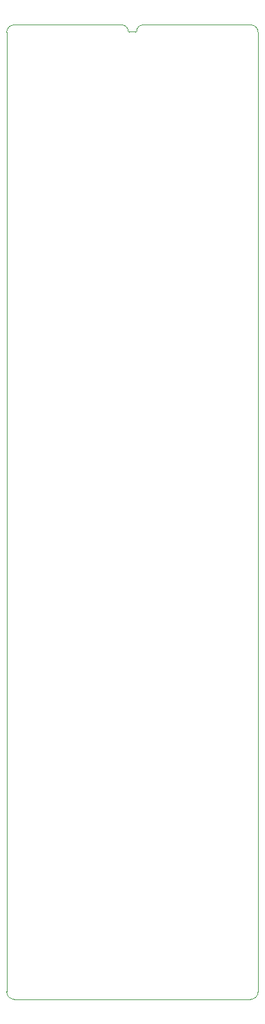
<source format=gbr>
G04 #@! TF.GenerationSoftware,KiCad,Pcbnew,7.0.7*
G04 #@! TF.CreationDate,2023-08-29T23:24:06-04:00*
G04 #@! TF.ProjectId,MicrocontrollerInputModule,4d696372-6f63-46f6-9e74-726f6c6c6572,V2*
G04 #@! TF.SameCoordinates,Original*
G04 #@! TF.FileFunction,Profile,NP*
%FSLAX46Y46*%
G04 Gerber Fmt 4.6, Leading zero omitted, Abs format (unit mm)*
G04 Created by KiCad (PCBNEW 7.0.7) date 2023-08-29 23:24:06*
%MOMM*%
%LPD*%
G01*
G04 APERTURE LIST*
G04 #@! TA.AperFunction,Profile*
%ADD10C,0.100000*%
G04 #@! TD*
G04 APERTURE END LIST*
D10*
X82825000Y-50000000D02*
X68365000Y-50000000D01*
X83825000Y-51000000D02*
X83825000Y-180000000D01*
X66360000Y-50900000D02*
G75*
G03*
X65460000Y-50000000I-900000J0D01*
G01*
X50000000Y-180000000D02*
G75*
G03*
X51000000Y-181000000I1000000J0D01*
G01*
X66360000Y-50900000D02*
G75*
G03*
X66614000Y-50900000I127000J0D01*
G01*
X82825000Y-181000000D02*
X51000000Y-181000000D01*
X51000000Y-50000000D02*
G75*
G03*
X50000000Y-51000000I0J-1000000D01*
G01*
X50000000Y-180000000D02*
X50000000Y-51000000D01*
X51000000Y-50000000D02*
X65460000Y-50000000D01*
X82825000Y-181000000D02*
G75*
G03*
X83825000Y-180000000I0J1000000D01*
G01*
X68365000Y-50000000D02*
G75*
G03*
X67465000Y-50900000I0J-900000D01*
G01*
X66614000Y-50900000D02*
X67211000Y-50900000D01*
X67211000Y-50900000D02*
G75*
G03*
X67465000Y-50900000I127000J0D01*
G01*
X83825000Y-51000000D02*
G75*
G03*
X82825000Y-50000000I-1000000J0D01*
G01*
M02*

</source>
